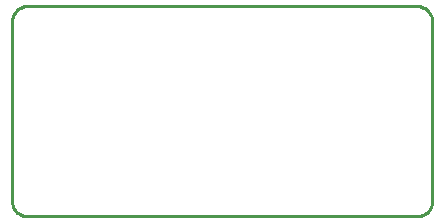
<source format=gbr>
G04 EAGLE Gerber RS-274X export*
G75*
%MOMM*%
%FSLAX34Y34*%
%LPD*%
%IN*%
%IPPOS*%
%AMOC8*
5,1,8,0,0,1.08239X$1,22.5*%
G01*
%ADD10C,0.254000*%


D10*
X0Y12700D02*
X48Y11593D01*
X193Y10495D01*
X433Y9413D01*
X766Y8356D01*
X1190Y7333D01*
X1701Y6350D01*
X2297Y5416D01*
X2971Y4537D01*
X3720Y3720D01*
X4537Y2971D01*
X5416Y2297D01*
X6350Y1701D01*
X7333Y1190D01*
X8356Y766D01*
X9413Y433D01*
X10495Y193D01*
X11593Y48D01*
X12700Y0D01*
X342900Y0D01*
X344007Y48D01*
X345105Y193D01*
X346187Y433D01*
X347244Y766D01*
X348267Y1190D01*
X349250Y1701D01*
X350184Y2297D01*
X351063Y2971D01*
X351880Y3720D01*
X352629Y4537D01*
X353303Y5416D01*
X353899Y6350D01*
X354410Y7333D01*
X354834Y8356D01*
X355167Y9413D01*
X355407Y10495D01*
X355552Y11593D01*
X355600Y12700D01*
X355600Y165100D01*
X355552Y166207D01*
X355407Y167305D01*
X355167Y168387D01*
X354834Y169444D01*
X354410Y170467D01*
X353899Y171450D01*
X353303Y172384D01*
X352629Y173263D01*
X351880Y174080D01*
X351063Y174829D01*
X350184Y175503D01*
X349250Y176099D01*
X348267Y176610D01*
X347244Y177034D01*
X346187Y177367D01*
X345105Y177607D01*
X344007Y177752D01*
X342900Y177800D01*
X12700Y177800D01*
X11593Y177752D01*
X10495Y177607D01*
X9413Y177367D01*
X8356Y177034D01*
X7333Y176610D01*
X6350Y176099D01*
X5416Y175503D01*
X4537Y174829D01*
X3720Y174080D01*
X2971Y173263D01*
X2297Y172384D01*
X1701Y171450D01*
X1190Y170467D01*
X766Y169444D01*
X433Y168387D01*
X193Y167305D01*
X48Y166207D01*
X0Y165100D01*
X0Y12700D01*
M02*

</source>
